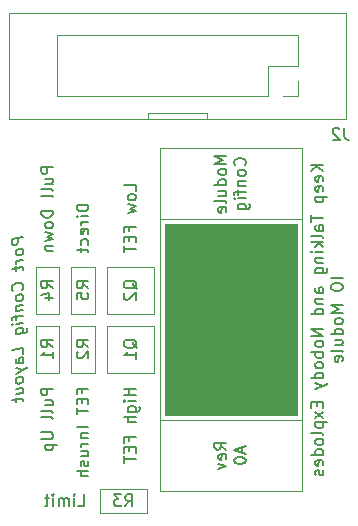
<source format=gbr>
%TF.GenerationSoftware,KiCad,Pcbnew,(5.1.9)-1*%
%TF.CreationDate,2021-05-23T18:22:43+01:00*%
%TF.ProjectId,ModulePullUpDown,4d6f6475-6c65-4507-956c-6c5570446f77,rev?*%
%TF.SameCoordinates,Original*%
%TF.FileFunction,Legend,Bot*%
%TF.FilePolarity,Positive*%
%FSLAX46Y46*%
G04 Gerber Fmt 4.6, Leading zero omitted, Abs format (unit mm)*
G04 Created by KiCad (PCBNEW (5.1.9)-1) date 2021-05-23 18:22:43*
%MOMM*%
%LPD*%
G01*
G04 APERTURE LIST*
%ADD10C,0.150000*%
%ADD11C,0.120000*%
%ADD12C,0.100000*%
G04 APERTURE END LIST*
D10*
X30573666Y-62798380D02*
X30907000Y-62322190D01*
X31145095Y-62798380D02*
X31145095Y-61798380D01*
X30764142Y-61798380D01*
X30668904Y-61846000D01*
X30621285Y-61893619D01*
X30573666Y-61988857D01*
X30573666Y-62131714D01*
X30621285Y-62226952D01*
X30668904Y-62274571D01*
X30764142Y-62322190D01*
X31145095Y-62322190D01*
X30240333Y-61798380D02*
X29621285Y-61798380D01*
X29954619Y-62179333D01*
X29811761Y-62179333D01*
X29716523Y-62226952D01*
X29668904Y-62274571D01*
X29621285Y-62369809D01*
X29621285Y-62607904D01*
X29668904Y-62703142D01*
X29716523Y-62750761D01*
X29811761Y-62798380D01*
X30097476Y-62798380D01*
X30192714Y-62750761D01*
X30240333Y-62703142D01*
X26595214Y-62798380D02*
X27071404Y-62798380D01*
X27071404Y-61798380D01*
X26261880Y-62798380D02*
X26261880Y-62131714D01*
X26261880Y-61798380D02*
X26309500Y-61846000D01*
X26261880Y-61893619D01*
X26214261Y-61846000D01*
X26261880Y-61798380D01*
X26261880Y-61893619D01*
X25785690Y-62798380D02*
X25785690Y-62131714D01*
X25785690Y-62226952D02*
X25738071Y-62179333D01*
X25642833Y-62131714D01*
X25499976Y-62131714D01*
X25404738Y-62179333D01*
X25357119Y-62274571D01*
X25357119Y-62798380D01*
X25357119Y-62274571D02*
X25309500Y-62179333D01*
X25214261Y-62131714D01*
X25071404Y-62131714D01*
X24976166Y-62179333D01*
X24928547Y-62274571D01*
X24928547Y-62798380D01*
X24452357Y-62798380D02*
X24452357Y-62131714D01*
X24452357Y-61798380D02*
X24499976Y-61846000D01*
X24452357Y-61893619D01*
X24404738Y-61846000D01*
X24452357Y-61798380D01*
X24452357Y-61893619D01*
X24119023Y-62131714D02*
X23738071Y-62131714D01*
X23976166Y-61798380D02*
X23976166Y-62655523D01*
X23928547Y-62750761D01*
X23833309Y-62798380D01*
X23738071Y-62798380D01*
D11*
X32407000Y-63346000D02*
X28407000Y-63346000D01*
X32407000Y-61346000D02*
X32407000Y-63346000D01*
X28407000Y-61346000D02*
X32407000Y-61346000D01*
X28407000Y-63346000D02*
X28407000Y-61346000D01*
D10*
X21952380Y-40019062D02*
X20952380Y-40144062D01*
X20952380Y-40525014D01*
X21000000Y-40614300D01*
X21047619Y-40655967D01*
X21142857Y-40691681D01*
X21285714Y-40673824D01*
X21380952Y-40614300D01*
X21428571Y-40560729D01*
X21476190Y-40459538D01*
X21476190Y-40078586D01*
X21952380Y-41161919D02*
X21904761Y-41072633D01*
X21857142Y-41030967D01*
X21761904Y-40995252D01*
X21476190Y-41030967D01*
X21380952Y-41090491D01*
X21333333Y-41144062D01*
X21285714Y-41245252D01*
X21285714Y-41388110D01*
X21333333Y-41477395D01*
X21380952Y-41519062D01*
X21476190Y-41554776D01*
X21761904Y-41519062D01*
X21857142Y-41459538D01*
X21904761Y-41405967D01*
X21952380Y-41304776D01*
X21952380Y-41161919D01*
X21952380Y-41923824D02*
X21285714Y-42007157D01*
X21476190Y-41983348D02*
X21380952Y-42042872D01*
X21333333Y-42096443D01*
X21285714Y-42197633D01*
X21285714Y-42292872D01*
X21285714Y-42483348D02*
X21285714Y-42864300D01*
X20952380Y-42667872D02*
X21809523Y-42560729D01*
X21904761Y-42596443D01*
X21952380Y-42685729D01*
X21952380Y-42780967D01*
X21857142Y-44459538D02*
X21904761Y-44405967D01*
X21952380Y-44257157D01*
X21952380Y-44161919D01*
X21904761Y-44025014D01*
X21809523Y-43941681D01*
X21714285Y-43905967D01*
X21523809Y-43882157D01*
X21380952Y-43900014D01*
X21190476Y-43971443D01*
X21095238Y-44030967D01*
X21000000Y-44138110D01*
X20952380Y-44286919D01*
X20952380Y-44382157D01*
X21000000Y-44519062D01*
X21047619Y-44560729D01*
X21952380Y-45019062D02*
X21904761Y-44929776D01*
X21857142Y-44888110D01*
X21761904Y-44852395D01*
X21476190Y-44888110D01*
X21380952Y-44947633D01*
X21333333Y-45001205D01*
X21285714Y-45102395D01*
X21285714Y-45245252D01*
X21333333Y-45334538D01*
X21380952Y-45376205D01*
X21476190Y-45411919D01*
X21761904Y-45376205D01*
X21857142Y-45316681D01*
X21904761Y-45263110D01*
X21952380Y-45161919D01*
X21952380Y-45019062D01*
X21285714Y-45864300D02*
X21952380Y-45780967D01*
X21380952Y-45852395D02*
X21333333Y-45905967D01*
X21285714Y-46007157D01*
X21285714Y-46150014D01*
X21333333Y-46239300D01*
X21428571Y-46275014D01*
X21952380Y-46209538D01*
X21285714Y-46626205D02*
X21285714Y-47007157D01*
X21952380Y-46685729D02*
X21095238Y-46792872D01*
X21000000Y-46852395D01*
X20952380Y-46953586D01*
X20952380Y-47048824D01*
X21952380Y-47257157D02*
X21285714Y-47340491D01*
X20952380Y-47382157D02*
X21000000Y-47328586D01*
X21047619Y-47370252D01*
X21000000Y-47423824D01*
X20952380Y-47382157D01*
X21047619Y-47370252D01*
X21285714Y-48245252D02*
X22095238Y-48144062D01*
X22190476Y-48084538D01*
X22238095Y-48030967D01*
X22285714Y-47929776D01*
X22285714Y-47786919D01*
X22238095Y-47697633D01*
X21904761Y-48167872D02*
X21952380Y-48066681D01*
X21952380Y-47876205D01*
X21904761Y-47786919D01*
X21857142Y-47745252D01*
X21761904Y-47709538D01*
X21476190Y-47745252D01*
X21380952Y-47804776D01*
X21333333Y-47858348D01*
X21285714Y-47959538D01*
X21285714Y-48150014D01*
X21333333Y-48239300D01*
X21952380Y-49876205D02*
X21952380Y-49400014D01*
X20952380Y-49525014D01*
X21952380Y-50638110D02*
X21428571Y-50703586D01*
X21333333Y-50667872D01*
X21285714Y-50578586D01*
X21285714Y-50388110D01*
X21333333Y-50286919D01*
X21904761Y-50644062D02*
X21952380Y-50542872D01*
X21952380Y-50304776D01*
X21904761Y-50215491D01*
X21809523Y-50179776D01*
X21714285Y-50191681D01*
X21619047Y-50251205D01*
X21571428Y-50352395D01*
X21571428Y-50590491D01*
X21523809Y-50691681D01*
X21285714Y-51102395D02*
X21952380Y-51257157D01*
X21285714Y-51578586D02*
X21952380Y-51257157D01*
X22190476Y-51132157D01*
X22238095Y-51078586D01*
X22285714Y-50977395D01*
X21952380Y-52019062D02*
X21904761Y-51929776D01*
X21857142Y-51888110D01*
X21761904Y-51852395D01*
X21476190Y-51888110D01*
X21380952Y-51947633D01*
X21333333Y-52001205D01*
X21285714Y-52102395D01*
X21285714Y-52245252D01*
X21333333Y-52334538D01*
X21380952Y-52376205D01*
X21476190Y-52411919D01*
X21761904Y-52376205D01*
X21857142Y-52316681D01*
X21904761Y-52263110D01*
X21952380Y-52161919D01*
X21952380Y-52019062D01*
X21285714Y-53292872D02*
X21952380Y-53209538D01*
X21285714Y-52864300D02*
X21809523Y-52798824D01*
X21904761Y-52834538D01*
X21952380Y-52923824D01*
X21952380Y-53066681D01*
X21904761Y-53167872D01*
X21857142Y-53221443D01*
X21285714Y-53626205D02*
X21285714Y-54007157D01*
X20952380Y-53810729D02*
X21809523Y-53703586D01*
X21904761Y-53739300D01*
X21952380Y-53828586D01*
X21952380Y-53923824D01*
X31452380Y-36069166D02*
X31452380Y-35592976D01*
X30452380Y-35592976D01*
X31452380Y-36545357D02*
X31404761Y-36450119D01*
X31357142Y-36402500D01*
X31261904Y-36354880D01*
X30976190Y-36354880D01*
X30880952Y-36402500D01*
X30833333Y-36450119D01*
X30785714Y-36545357D01*
X30785714Y-36688214D01*
X30833333Y-36783452D01*
X30880952Y-36831071D01*
X30976190Y-36878690D01*
X31261904Y-36878690D01*
X31357142Y-36831071D01*
X31404761Y-36783452D01*
X31452380Y-36688214D01*
X31452380Y-36545357D01*
X30785714Y-37212023D02*
X31452380Y-37402500D01*
X30976190Y-37592976D01*
X31452380Y-37783452D01*
X30785714Y-37973928D01*
X30928571Y-39450119D02*
X30928571Y-39116785D01*
X31452380Y-39116785D02*
X30452380Y-39116785D01*
X30452380Y-39592976D01*
X30928571Y-39973928D02*
X30928571Y-40307261D01*
X31452380Y-40450119D02*
X31452380Y-39973928D01*
X30452380Y-39973928D01*
X30452380Y-40450119D01*
X30452380Y-40735833D02*
X30452380Y-41307261D01*
X31452380Y-41021547D02*
X30452380Y-41021547D01*
X31452380Y-52835595D02*
X30452380Y-52835595D01*
X30928571Y-52835595D02*
X30928571Y-53407023D01*
X31452380Y-53407023D02*
X30452380Y-53407023D01*
X31452380Y-53883214D02*
X30785714Y-53883214D01*
X30452380Y-53883214D02*
X30500000Y-53835595D01*
X30547619Y-53883214D01*
X30500000Y-53930833D01*
X30452380Y-53883214D01*
X30547619Y-53883214D01*
X30785714Y-54787976D02*
X31595238Y-54787976D01*
X31690476Y-54740357D01*
X31738095Y-54692738D01*
X31785714Y-54597500D01*
X31785714Y-54454642D01*
X31738095Y-54359404D01*
X31404761Y-54787976D02*
X31452380Y-54692738D01*
X31452380Y-54502261D01*
X31404761Y-54407023D01*
X31357142Y-54359404D01*
X31261904Y-54311785D01*
X30976190Y-54311785D01*
X30880952Y-54359404D01*
X30833333Y-54407023D01*
X30785714Y-54502261D01*
X30785714Y-54692738D01*
X30833333Y-54787976D01*
X31452380Y-55264166D02*
X30452380Y-55264166D01*
X31452380Y-55692738D02*
X30928571Y-55692738D01*
X30833333Y-55645119D01*
X30785714Y-55549880D01*
X30785714Y-55407023D01*
X30833333Y-55311785D01*
X30880952Y-55264166D01*
X30928571Y-57264166D02*
X30928571Y-56930833D01*
X31452380Y-56930833D02*
X30452380Y-56930833D01*
X30452380Y-57407023D01*
X30928571Y-57787976D02*
X30928571Y-58121309D01*
X31452380Y-58264166D02*
X31452380Y-57787976D01*
X30452380Y-57787976D01*
X30452380Y-58264166D01*
X30452380Y-58549880D02*
X30452380Y-59121309D01*
X31452380Y-58835595D02*
X30452380Y-58835595D01*
X27452380Y-37259642D02*
X26452380Y-37259642D01*
X26452380Y-37497738D01*
X26500000Y-37640595D01*
X26595238Y-37735833D01*
X26690476Y-37783452D01*
X26880952Y-37831071D01*
X27023809Y-37831071D01*
X27214285Y-37783452D01*
X27309523Y-37735833D01*
X27404761Y-37640595D01*
X27452380Y-37497738D01*
X27452380Y-37259642D01*
X27452380Y-38259642D02*
X26785714Y-38259642D01*
X26452380Y-38259642D02*
X26500000Y-38212023D01*
X26547619Y-38259642D01*
X26500000Y-38307261D01*
X26452380Y-38259642D01*
X26547619Y-38259642D01*
X27452380Y-38735833D02*
X26785714Y-38735833D01*
X26976190Y-38735833D02*
X26880952Y-38783452D01*
X26833333Y-38831071D01*
X26785714Y-38926309D01*
X26785714Y-39021547D01*
X27404761Y-39735833D02*
X27452380Y-39640595D01*
X27452380Y-39450119D01*
X27404761Y-39354880D01*
X27309523Y-39307261D01*
X26928571Y-39307261D01*
X26833333Y-39354880D01*
X26785714Y-39450119D01*
X26785714Y-39640595D01*
X26833333Y-39735833D01*
X26928571Y-39783452D01*
X27023809Y-39783452D01*
X27119047Y-39307261D01*
X27404761Y-40640595D02*
X27452380Y-40545357D01*
X27452380Y-40354880D01*
X27404761Y-40259642D01*
X27357142Y-40212023D01*
X27261904Y-40164404D01*
X26976190Y-40164404D01*
X26880952Y-40212023D01*
X26833333Y-40259642D01*
X26785714Y-40354880D01*
X26785714Y-40545357D01*
X26833333Y-40640595D01*
X26785714Y-40926309D02*
X26785714Y-41307261D01*
X26452380Y-41069166D02*
X27309523Y-41069166D01*
X27404761Y-41116785D01*
X27452380Y-41212023D01*
X27452380Y-41307261D01*
X26928571Y-53168928D02*
X26928571Y-52835595D01*
X27452380Y-52835595D02*
X26452380Y-52835595D01*
X26452380Y-53311785D01*
X26928571Y-53692738D02*
X26928571Y-54026071D01*
X27452380Y-54168928D02*
X27452380Y-53692738D01*
X26452380Y-53692738D01*
X26452380Y-54168928D01*
X26452380Y-54454642D02*
X26452380Y-55026071D01*
X27452380Y-54740357D02*
X26452380Y-54740357D01*
X27452380Y-56121309D02*
X26452380Y-56121309D01*
X26785714Y-56597500D02*
X27452380Y-56597500D01*
X26880952Y-56597500D02*
X26833333Y-56645119D01*
X26785714Y-56740357D01*
X26785714Y-56883214D01*
X26833333Y-56978452D01*
X26928571Y-57026071D01*
X27452380Y-57026071D01*
X27452380Y-57502261D02*
X26785714Y-57502261D01*
X26976190Y-57502261D02*
X26880952Y-57549880D01*
X26833333Y-57597500D01*
X26785714Y-57692738D01*
X26785714Y-57787976D01*
X26785714Y-58549880D02*
X27452380Y-58549880D01*
X26785714Y-58121309D02*
X27309523Y-58121309D01*
X27404761Y-58168928D01*
X27452380Y-58264166D01*
X27452380Y-58407023D01*
X27404761Y-58502261D01*
X27357142Y-58549880D01*
X27404761Y-58978452D02*
X27452380Y-59073690D01*
X27452380Y-59264166D01*
X27404761Y-59359404D01*
X27309523Y-59407023D01*
X27261904Y-59407023D01*
X27166666Y-59359404D01*
X27119047Y-59264166D01*
X27119047Y-59121309D01*
X27071428Y-59026071D01*
X26976190Y-58978452D01*
X26928571Y-58978452D01*
X26833333Y-59026071D01*
X26785714Y-59121309D01*
X26785714Y-59264166D01*
X26833333Y-59359404D01*
X27452380Y-59835595D02*
X26452380Y-59835595D01*
X27452380Y-60264166D02*
X26928571Y-60264166D01*
X26833333Y-60216547D01*
X26785714Y-60121309D01*
X26785714Y-59978452D01*
X26833333Y-59883214D01*
X26880952Y-59835595D01*
X24452380Y-34069166D02*
X23452380Y-34069166D01*
X23452380Y-34450119D01*
X23500000Y-34545357D01*
X23547619Y-34592976D01*
X23642857Y-34640595D01*
X23785714Y-34640595D01*
X23880952Y-34592976D01*
X23928571Y-34545357D01*
X23976190Y-34450119D01*
X23976190Y-34069166D01*
X23785714Y-35497738D02*
X24452380Y-35497738D01*
X23785714Y-35069166D02*
X24309523Y-35069166D01*
X24404761Y-35116785D01*
X24452380Y-35212023D01*
X24452380Y-35354880D01*
X24404761Y-35450119D01*
X24357142Y-35497738D01*
X24452380Y-36116785D02*
X24404761Y-36021547D01*
X24309523Y-35973928D01*
X23452380Y-35973928D01*
X24452380Y-36640595D02*
X24404761Y-36545357D01*
X24309523Y-36497738D01*
X23452380Y-36497738D01*
X24452380Y-37783452D02*
X23452380Y-37783452D01*
X23452380Y-38021547D01*
X23500000Y-38164404D01*
X23595238Y-38259642D01*
X23690476Y-38307261D01*
X23880952Y-38354880D01*
X24023809Y-38354880D01*
X24214285Y-38307261D01*
X24309523Y-38259642D01*
X24404761Y-38164404D01*
X24452380Y-38021547D01*
X24452380Y-37783452D01*
X24452380Y-38926309D02*
X24404761Y-38831071D01*
X24357142Y-38783452D01*
X24261904Y-38735833D01*
X23976190Y-38735833D01*
X23880952Y-38783452D01*
X23833333Y-38831071D01*
X23785714Y-38926309D01*
X23785714Y-39069166D01*
X23833333Y-39164404D01*
X23880952Y-39212023D01*
X23976190Y-39259642D01*
X24261904Y-39259642D01*
X24357142Y-39212023D01*
X24404761Y-39164404D01*
X24452380Y-39069166D01*
X24452380Y-38926309D01*
X23785714Y-39592976D02*
X24452380Y-39783452D01*
X23976190Y-39973928D01*
X24452380Y-40164404D01*
X23785714Y-40354880D01*
X23785714Y-40735833D02*
X24452380Y-40735833D01*
X23880952Y-40735833D02*
X23833333Y-40783452D01*
X23785714Y-40878690D01*
X23785714Y-41021547D01*
X23833333Y-41116785D01*
X23928571Y-41164404D01*
X24452380Y-41164404D01*
X24452380Y-52835595D02*
X23452380Y-52835595D01*
X23452380Y-53216547D01*
X23500000Y-53311785D01*
X23547619Y-53359404D01*
X23642857Y-53407023D01*
X23785714Y-53407023D01*
X23880952Y-53359404D01*
X23928571Y-53311785D01*
X23976190Y-53216547D01*
X23976190Y-52835595D01*
X23785714Y-54264166D02*
X24452380Y-54264166D01*
X23785714Y-53835595D02*
X24309523Y-53835595D01*
X24404761Y-53883214D01*
X24452380Y-53978452D01*
X24452380Y-54121309D01*
X24404761Y-54216547D01*
X24357142Y-54264166D01*
X24452380Y-54883214D02*
X24404761Y-54787976D01*
X24309523Y-54740357D01*
X23452380Y-54740357D01*
X24452380Y-55407023D02*
X24404761Y-55311785D01*
X24309523Y-55264166D01*
X23452380Y-55264166D01*
X23452380Y-56549880D02*
X24261904Y-56549880D01*
X24357142Y-56597500D01*
X24404761Y-56645119D01*
X24452380Y-56740357D01*
X24452380Y-56930833D01*
X24404761Y-57026071D01*
X24357142Y-57073690D01*
X24261904Y-57121309D01*
X23452380Y-57121309D01*
X23785714Y-57597500D02*
X24785714Y-57597500D01*
X23833333Y-57597500D02*
X23785714Y-57692738D01*
X23785714Y-57883214D01*
X23833333Y-57978452D01*
X23880952Y-58026071D01*
X23976190Y-58073690D01*
X24261904Y-58073690D01*
X24357142Y-58026071D01*
X24404761Y-57978452D01*
X24452380Y-57883214D01*
X24452380Y-57692738D01*
X24404761Y-57597500D01*
X31547619Y-49404761D02*
X31500000Y-49309523D01*
X31404761Y-49214285D01*
X31261904Y-49071428D01*
X31214285Y-48976190D01*
X31214285Y-48880952D01*
X31452380Y-48928571D02*
X31404761Y-48833333D01*
X31309523Y-48738095D01*
X31119047Y-48690476D01*
X30785714Y-48690476D01*
X30595238Y-48738095D01*
X30500000Y-48833333D01*
X30452380Y-48928571D01*
X30452380Y-49119047D01*
X30500000Y-49214285D01*
X30595238Y-49309523D01*
X30785714Y-49357142D01*
X31119047Y-49357142D01*
X31309523Y-49309523D01*
X31404761Y-49214285D01*
X31452380Y-49119047D01*
X31452380Y-48928571D01*
X31452380Y-50309523D02*
X31452380Y-49738095D01*
X31452380Y-50023809D02*
X30452380Y-50023809D01*
X30595238Y-49928571D01*
X30690476Y-49833333D01*
X30738095Y-49738095D01*
X31547619Y-44404761D02*
X31500000Y-44309523D01*
X31404761Y-44214285D01*
X31261904Y-44071428D01*
X31214285Y-43976190D01*
X31214285Y-43880952D01*
X31452380Y-43928571D02*
X31404761Y-43833333D01*
X31309523Y-43738095D01*
X31119047Y-43690476D01*
X30785714Y-43690476D01*
X30595238Y-43738095D01*
X30500000Y-43833333D01*
X30452380Y-43928571D01*
X30452380Y-44119047D01*
X30500000Y-44214285D01*
X30595238Y-44309523D01*
X30785714Y-44357142D01*
X31119047Y-44357142D01*
X31309523Y-44309523D01*
X31404761Y-44214285D01*
X31452380Y-44119047D01*
X31452380Y-43928571D01*
X30547619Y-44738095D02*
X30500000Y-44785714D01*
X30452380Y-44880952D01*
X30452380Y-45119047D01*
X30500000Y-45214285D01*
X30547619Y-45261904D01*
X30642857Y-45309523D01*
X30738095Y-45309523D01*
X30880952Y-45261904D01*
X31452380Y-44690476D01*
X31452380Y-45309523D01*
X27452380Y-44333333D02*
X26976190Y-44000000D01*
X27452380Y-43761904D02*
X26452380Y-43761904D01*
X26452380Y-44142857D01*
X26500000Y-44238095D01*
X26547619Y-44285714D01*
X26642857Y-44333333D01*
X26785714Y-44333333D01*
X26880952Y-44285714D01*
X26928571Y-44238095D01*
X26976190Y-44142857D01*
X26976190Y-43761904D01*
X26452380Y-45238095D02*
X26452380Y-44761904D01*
X26928571Y-44714285D01*
X26880952Y-44761904D01*
X26833333Y-44857142D01*
X26833333Y-45095238D01*
X26880952Y-45190476D01*
X26928571Y-45238095D01*
X27023809Y-45285714D01*
X27261904Y-45285714D01*
X27357142Y-45238095D01*
X27404761Y-45190476D01*
X27452380Y-45095238D01*
X27452380Y-44857142D01*
X27404761Y-44761904D01*
X27357142Y-44714285D01*
X27452380Y-49333333D02*
X26976190Y-49000000D01*
X27452380Y-48761904D02*
X26452380Y-48761904D01*
X26452380Y-49142857D01*
X26500000Y-49238095D01*
X26547619Y-49285714D01*
X26642857Y-49333333D01*
X26785714Y-49333333D01*
X26880952Y-49285714D01*
X26928571Y-49238095D01*
X26976190Y-49142857D01*
X26976190Y-48761904D01*
X26547619Y-49714285D02*
X26500000Y-49761904D01*
X26452380Y-49857142D01*
X26452380Y-50095238D01*
X26500000Y-50190476D01*
X26547619Y-50238095D01*
X26642857Y-50285714D01*
X26738095Y-50285714D01*
X26880952Y-50238095D01*
X27452380Y-49666666D01*
X27452380Y-50285714D01*
X24452380Y-49333333D02*
X23976190Y-49000000D01*
X24452380Y-48761904D02*
X23452380Y-48761904D01*
X23452380Y-49142857D01*
X23500000Y-49238095D01*
X23547619Y-49285714D01*
X23642857Y-49333333D01*
X23785714Y-49333333D01*
X23880952Y-49285714D01*
X23928571Y-49238095D01*
X23976190Y-49142857D01*
X23976190Y-48761904D01*
X24452380Y-50285714D02*
X24452380Y-49714285D01*
X24452380Y-50000000D02*
X23452380Y-50000000D01*
X23595238Y-49904761D01*
X23690476Y-49809523D01*
X23738095Y-49714285D01*
X24452380Y-44333333D02*
X23976190Y-44000000D01*
X24452380Y-43761904D02*
X23452380Y-43761904D01*
X23452380Y-44142857D01*
X23500000Y-44238095D01*
X23547619Y-44285714D01*
X23642857Y-44333333D01*
X23785714Y-44333333D01*
X23880952Y-44285714D01*
X23928571Y-44238095D01*
X23976190Y-44142857D01*
X23976190Y-43761904D01*
X23785714Y-45190476D02*
X24452380Y-45190476D01*
X23404761Y-44952380D02*
X24119047Y-44714285D01*
X24119047Y-45333333D01*
D11*
X33000000Y-42500000D02*
X33000000Y-46500000D01*
X33000000Y-46500000D02*
X29000000Y-46500000D01*
X29000000Y-42500000D02*
X33000000Y-42500000D01*
X29000000Y-46500000D02*
X29000000Y-42500000D01*
X33000000Y-47500000D02*
X33000000Y-51500000D01*
X33000000Y-51500000D02*
X29000000Y-51500000D01*
X29000000Y-47500000D02*
X33000000Y-47500000D01*
X29000000Y-51500000D02*
X29000000Y-47500000D01*
X28000000Y-42500000D02*
X28000000Y-46500000D01*
X28000000Y-46500000D02*
X26000000Y-46500000D01*
X26000000Y-42500000D02*
X28000000Y-42500000D01*
X26000000Y-46500000D02*
X26000000Y-42500000D01*
X28000000Y-47500000D02*
X28000000Y-51500000D01*
X28000000Y-51500000D02*
X26000000Y-51500000D01*
X26000000Y-47500000D02*
X28000000Y-47500000D01*
X26000000Y-51500000D02*
X26000000Y-47500000D01*
X25000000Y-42500000D02*
X25000000Y-46500000D01*
X25000000Y-46500000D02*
X23000000Y-46500000D01*
X23000000Y-42500000D02*
X25000000Y-42500000D01*
X23000000Y-46500000D02*
X23000000Y-42500000D01*
X25000000Y-51500000D02*
X23000000Y-51500000D01*
X25000000Y-47500000D02*
X25000000Y-51500000D01*
X23000000Y-47500000D02*
X25000000Y-47500000D01*
X23000000Y-51500000D02*
X23000000Y-47500000D01*
X45500000Y-32500000D02*
X45500000Y-61500000D01*
X45500000Y-61500000D02*
X33500000Y-61500000D01*
X33500000Y-61500000D02*
X33500000Y-32500000D01*
D12*
G36*
X45100000Y-55100000D02*
G01*
X33900000Y-55100000D01*
X33900000Y-38900000D01*
X45100000Y-38900000D01*
X45100000Y-55100000D01*
G37*
X45100000Y-55100000D02*
X33900000Y-55100000D01*
X33900000Y-38900000D01*
X45100000Y-38900000D01*
X45100000Y-55100000D01*
D11*
X33500000Y-32500000D02*
X45500000Y-32500000D01*
X33500000Y-38500000D02*
X45500000Y-38500000D01*
D10*
X47327380Y-33880952D02*
X46327380Y-33880952D01*
X47327380Y-34452380D02*
X46755952Y-34023809D01*
X46327380Y-34452380D02*
X46898809Y-33880952D01*
X47279761Y-35261904D02*
X47327380Y-35166666D01*
X47327380Y-34976190D01*
X47279761Y-34880952D01*
X47184523Y-34833333D01*
X46803571Y-34833333D01*
X46708333Y-34880952D01*
X46660714Y-34976190D01*
X46660714Y-35166666D01*
X46708333Y-35261904D01*
X46803571Y-35309523D01*
X46898809Y-35309523D01*
X46994047Y-34833333D01*
X47279761Y-36119047D02*
X47327380Y-36023809D01*
X47327380Y-35833333D01*
X47279761Y-35738095D01*
X47184523Y-35690476D01*
X46803571Y-35690476D01*
X46708333Y-35738095D01*
X46660714Y-35833333D01*
X46660714Y-36023809D01*
X46708333Y-36119047D01*
X46803571Y-36166666D01*
X46898809Y-36166666D01*
X46994047Y-35690476D01*
X46660714Y-36595238D02*
X47660714Y-36595238D01*
X46708333Y-36595238D02*
X46660714Y-36690476D01*
X46660714Y-36880952D01*
X46708333Y-36976190D01*
X46755952Y-37023809D01*
X46851190Y-37071428D01*
X47136904Y-37071428D01*
X47232142Y-37023809D01*
X47279761Y-36976190D01*
X47327380Y-36880952D01*
X47327380Y-36690476D01*
X47279761Y-36595238D01*
X46327380Y-38119047D02*
X46327380Y-38690476D01*
X47327380Y-38404761D02*
X46327380Y-38404761D01*
X47327380Y-39452380D02*
X46803571Y-39452380D01*
X46708333Y-39404761D01*
X46660714Y-39309523D01*
X46660714Y-39119047D01*
X46708333Y-39023809D01*
X47279761Y-39452380D02*
X47327380Y-39357142D01*
X47327380Y-39119047D01*
X47279761Y-39023809D01*
X47184523Y-38976190D01*
X47089285Y-38976190D01*
X46994047Y-39023809D01*
X46946428Y-39119047D01*
X46946428Y-39357142D01*
X46898809Y-39452380D01*
X47327380Y-40071428D02*
X47279761Y-39976190D01*
X47184523Y-39928571D01*
X46327380Y-39928571D01*
X47327380Y-40452380D02*
X46327380Y-40452380D01*
X46946428Y-40547619D02*
X47327380Y-40833333D01*
X46660714Y-40833333D02*
X47041666Y-40452380D01*
X47327380Y-41261904D02*
X46660714Y-41261904D01*
X46327380Y-41261904D02*
X46375000Y-41214285D01*
X46422619Y-41261904D01*
X46375000Y-41309523D01*
X46327380Y-41261904D01*
X46422619Y-41261904D01*
X46660714Y-41738095D02*
X47327380Y-41738095D01*
X46755952Y-41738095D02*
X46708333Y-41785714D01*
X46660714Y-41880952D01*
X46660714Y-42023809D01*
X46708333Y-42119047D01*
X46803571Y-42166666D01*
X47327380Y-42166666D01*
X46660714Y-43071428D02*
X47470238Y-43071428D01*
X47565476Y-43023809D01*
X47613095Y-42976190D01*
X47660714Y-42880952D01*
X47660714Y-42738095D01*
X47613095Y-42642857D01*
X47279761Y-43071428D02*
X47327380Y-42976190D01*
X47327380Y-42785714D01*
X47279761Y-42690476D01*
X47232142Y-42642857D01*
X47136904Y-42595238D01*
X46851190Y-42595238D01*
X46755952Y-42642857D01*
X46708333Y-42690476D01*
X46660714Y-42785714D01*
X46660714Y-42976190D01*
X46708333Y-43071428D01*
X47327380Y-44738095D02*
X46803571Y-44738095D01*
X46708333Y-44690476D01*
X46660714Y-44595238D01*
X46660714Y-44404761D01*
X46708333Y-44309523D01*
X47279761Y-44738095D02*
X47327380Y-44642857D01*
X47327380Y-44404761D01*
X47279761Y-44309523D01*
X47184523Y-44261904D01*
X47089285Y-44261904D01*
X46994047Y-44309523D01*
X46946428Y-44404761D01*
X46946428Y-44642857D01*
X46898809Y-44738095D01*
X46660714Y-45214285D02*
X47327380Y-45214285D01*
X46755952Y-45214285D02*
X46708333Y-45261904D01*
X46660714Y-45357142D01*
X46660714Y-45499999D01*
X46708333Y-45595238D01*
X46803571Y-45642857D01*
X47327380Y-45642857D01*
X47327380Y-46547619D02*
X46327380Y-46547619D01*
X47279761Y-46547619D02*
X47327380Y-46452380D01*
X47327380Y-46261904D01*
X47279761Y-46166666D01*
X47232142Y-46119047D01*
X47136904Y-46071428D01*
X46851190Y-46071428D01*
X46755952Y-46119047D01*
X46708333Y-46166666D01*
X46660714Y-46261904D01*
X46660714Y-46452380D01*
X46708333Y-46547619D01*
X47327380Y-47785714D02*
X46327380Y-47785714D01*
X47327380Y-48357142D01*
X46327380Y-48357142D01*
X47327380Y-48976190D02*
X47279761Y-48880952D01*
X47232142Y-48833333D01*
X47136904Y-48785714D01*
X46851190Y-48785714D01*
X46755952Y-48833333D01*
X46708333Y-48880952D01*
X46660714Y-48976190D01*
X46660714Y-49119047D01*
X46708333Y-49214285D01*
X46755952Y-49261904D01*
X46851190Y-49309523D01*
X47136904Y-49309523D01*
X47232142Y-49261904D01*
X47279761Y-49214285D01*
X47327380Y-49119047D01*
X47327380Y-48976190D01*
X47327380Y-49738095D02*
X46327380Y-49738095D01*
X46708333Y-49738095D02*
X46660714Y-49833333D01*
X46660714Y-50023809D01*
X46708333Y-50119047D01*
X46755952Y-50166666D01*
X46851190Y-50214285D01*
X47136904Y-50214285D01*
X47232142Y-50166666D01*
X47279761Y-50119047D01*
X47327380Y-50023809D01*
X47327380Y-49833333D01*
X47279761Y-49738095D01*
X47327380Y-50785714D02*
X47279761Y-50690476D01*
X47232142Y-50642857D01*
X47136904Y-50595238D01*
X46851190Y-50595238D01*
X46755952Y-50642857D01*
X46708333Y-50690476D01*
X46660714Y-50785714D01*
X46660714Y-50928571D01*
X46708333Y-51023809D01*
X46755952Y-51071428D01*
X46851190Y-51119047D01*
X47136904Y-51119047D01*
X47232142Y-51071428D01*
X47279761Y-51023809D01*
X47327380Y-50928571D01*
X47327380Y-50785714D01*
X47327380Y-51976190D02*
X46327380Y-51976190D01*
X47279761Y-51976190D02*
X47327380Y-51880952D01*
X47327380Y-51690476D01*
X47279761Y-51595238D01*
X47232142Y-51547619D01*
X47136904Y-51499999D01*
X46851190Y-51499999D01*
X46755952Y-51547619D01*
X46708333Y-51595238D01*
X46660714Y-51690476D01*
X46660714Y-51880952D01*
X46708333Y-51976190D01*
X46660714Y-52357142D02*
X47327380Y-52595238D01*
X46660714Y-52833333D02*
X47327380Y-52595238D01*
X47565476Y-52499999D01*
X47613095Y-52452380D01*
X47660714Y-52357142D01*
X46803571Y-53976190D02*
X46803571Y-54309523D01*
X47327380Y-54452380D02*
X47327380Y-53976190D01*
X46327380Y-53976190D01*
X46327380Y-54452380D01*
X47327380Y-54785714D02*
X46660714Y-55309523D01*
X46660714Y-54785714D02*
X47327380Y-55309523D01*
X46660714Y-55690476D02*
X47660714Y-55690476D01*
X46708333Y-55690476D02*
X46660714Y-55785714D01*
X46660714Y-55976190D01*
X46708333Y-56071428D01*
X46755952Y-56119047D01*
X46851190Y-56166666D01*
X47136904Y-56166666D01*
X47232142Y-56119047D01*
X47279761Y-56071428D01*
X47327380Y-55976190D01*
X47327380Y-55785714D01*
X47279761Y-55690476D01*
X47327380Y-56738095D02*
X47279761Y-56642857D01*
X47184523Y-56595238D01*
X46327380Y-56595238D01*
X47327380Y-57261904D02*
X47279761Y-57166666D01*
X47232142Y-57119047D01*
X47136904Y-57071428D01*
X46851190Y-57071428D01*
X46755952Y-57119047D01*
X46708333Y-57166666D01*
X46660714Y-57261904D01*
X46660714Y-57404761D01*
X46708333Y-57499999D01*
X46755952Y-57547619D01*
X46851190Y-57595238D01*
X47136904Y-57595238D01*
X47232142Y-57547619D01*
X47279761Y-57499999D01*
X47327380Y-57404761D01*
X47327380Y-57261904D01*
X47327380Y-58452380D02*
X46327380Y-58452380D01*
X47279761Y-58452380D02*
X47327380Y-58357142D01*
X47327380Y-58166666D01*
X47279761Y-58071428D01*
X47232142Y-58023809D01*
X47136904Y-57976190D01*
X46851190Y-57976190D01*
X46755952Y-58023809D01*
X46708333Y-58071428D01*
X46660714Y-58166666D01*
X46660714Y-58357142D01*
X46708333Y-58452380D01*
X47279761Y-59309523D02*
X47327380Y-59214285D01*
X47327380Y-59023809D01*
X47279761Y-58928571D01*
X47184523Y-58880952D01*
X46803571Y-58880952D01*
X46708333Y-58928571D01*
X46660714Y-59023809D01*
X46660714Y-59214285D01*
X46708333Y-59309523D01*
X46803571Y-59357142D01*
X46898809Y-59357142D01*
X46994047Y-58880952D01*
X47279761Y-59738095D02*
X47327380Y-59833333D01*
X47327380Y-60023809D01*
X47279761Y-60119047D01*
X47184523Y-60166666D01*
X47136904Y-60166666D01*
X47041666Y-60119047D01*
X46994047Y-60023809D01*
X46994047Y-59880952D01*
X46946428Y-59785714D01*
X46851190Y-59738095D01*
X46803571Y-59738095D01*
X46708333Y-59785714D01*
X46660714Y-59880952D01*
X46660714Y-60023809D01*
X46708333Y-60119047D01*
X48977380Y-43476190D02*
X47977380Y-43476190D01*
X47977380Y-44142857D02*
X47977380Y-44333333D01*
X48025000Y-44428571D01*
X48120238Y-44523809D01*
X48310714Y-44571428D01*
X48644047Y-44571428D01*
X48834523Y-44523809D01*
X48929761Y-44428571D01*
X48977380Y-44333333D01*
X48977380Y-44142857D01*
X48929761Y-44047619D01*
X48834523Y-43952380D01*
X48644047Y-43904761D01*
X48310714Y-43904761D01*
X48120238Y-43952380D01*
X48025000Y-44047619D01*
X47977380Y-44142857D01*
X48977380Y-45761904D02*
X47977380Y-45761904D01*
X48691666Y-46095238D01*
X47977380Y-46428571D01*
X48977380Y-46428571D01*
X48977380Y-47047619D02*
X48929761Y-46952380D01*
X48882142Y-46904761D01*
X48786904Y-46857142D01*
X48501190Y-46857142D01*
X48405952Y-46904761D01*
X48358333Y-46952380D01*
X48310714Y-47047619D01*
X48310714Y-47190476D01*
X48358333Y-47285714D01*
X48405952Y-47333333D01*
X48501190Y-47380952D01*
X48786904Y-47380952D01*
X48882142Y-47333333D01*
X48929761Y-47285714D01*
X48977380Y-47190476D01*
X48977380Y-47047619D01*
X48977380Y-48238095D02*
X47977380Y-48238095D01*
X48929761Y-48238095D02*
X48977380Y-48142857D01*
X48977380Y-47952380D01*
X48929761Y-47857142D01*
X48882142Y-47809523D01*
X48786904Y-47761904D01*
X48501190Y-47761904D01*
X48405952Y-47809523D01*
X48358333Y-47857142D01*
X48310714Y-47952380D01*
X48310714Y-48142857D01*
X48358333Y-48238095D01*
X48310714Y-49142857D02*
X48977380Y-49142857D01*
X48310714Y-48714285D02*
X48834523Y-48714285D01*
X48929761Y-48761904D01*
X48977380Y-48857142D01*
X48977380Y-49000000D01*
X48929761Y-49095238D01*
X48882142Y-49142857D01*
X48977380Y-49761904D02*
X48929761Y-49666666D01*
X48834523Y-49619047D01*
X47977380Y-49619047D01*
X48929761Y-50523809D02*
X48977380Y-50428571D01*
X48977380Y-50238095D01*
X48929761Y-50142857D01*
X48834523Y-50095238D01*
X48453571Y-50095238D01*
X48358333Y-50142857D01*
X48310714Y-50238095D01*
X48310714Y-50428571D01*
X48358333Y-50523809D01*
X48453571Y-50571428D01*
X48548809Y-50571428D01*
X48644047Y-50095238D01*
X39127380Y-58000000D02*
X38651190Y-57666666D01*
X39127380Y-57428571D02*
X38127380Y-57428571D01*
X38127380Y-57809523D01*
X38175000Y-57904761D01*
X38222619Y-57952380D01*
X38317857Y-58000000D01*
X38460714Y-58000000D01*
X38555952Y-57952380D01*
X38603571Y-57904761D01*
X38651190Y-57809523D01*
X38651190Y-57428571D01*
X39079761Y-58809523D02*
X39127380Y-58714285D01*
X39127380Y-58523809D01*
X39079761Y-58428571D01*
X38984523Y-58380952D01*
X38603571Y-58380952D01*
X38508333Y-58428571D01*
X38460714Y-58523809D01*
X38460714Y-58714285D01*
X38508333Y-58809523D01*
X38603571Y-58857142D01*
X38698809Y-58857142D01*
X38794047Y-58380952D01*
X38460714Y-59190476D02*
X39127380Y-59428571D01*
X38460714Y-59666666D01*
X40491666Y-57785714D02*
X40491666Y-58261904D01*
X40777380Y-57690476D02*
X39777380Y-58023809D01*
X40777380Y-58357142D01*
X39777380Y-58880952D02*
X39777380Y-58976190D01*
X39825000Y-59071428D01*
X39872619Y-59119047D01*
X39967857Y-59166666D01*
X40158333Y-59214285D01*
X40396428Y-59214285D01*
X40586904Y-59166666D01*
X40682142Y-59119047D01*
X40729761Y-59071428D01*
X40777380Y-58976190D01*
X40777380Y-58880952D01*
X40729761Y-58785714D01*
X40682142Y-58738095D01*
X40586904Y-58690476D01*
X40396428Y-58642857D01*
X40158333Y-58642857D01*
X39967857Y-58690476D01*
X39872619Y-58738095D01*
X39825000Y-58785714D01*
X39777380Y-58880952D01*
X39127380Y-33119047D02*
X38127380Y-33119047D01*
X38841666Y-33452380D01*
X38127380Y-33785714D01*
X39127380Y-33785714D01*
X39127380Y-34404761D02*
X39079761Y-34309523D01*
X39032142Y-34261904D01*
X38936904Y-34214285D01*
X38651190Y-34214285D01*
X38555952Y-34261904D01*
X38508333Y-34309523D01*
X38460714Y-34404761D01*
X38460714Y-34547619D01*
X38508333Y-34642857D01*
X38555952Y-34690476D01*
X38651190Y-34738095D01*
X38936904Y-34738095D01*
X39032142Y-34690476D01*
X39079761Y-34642857D01*
X39127380Y-34547619D01*
X39127380Y-34404761D01*
X39127380Y-35595238D02*
X38127380Y-35595238D01*
X39079761Y-35595238D02*
X39127380Y-35500000D01*
X39127380Y-35309523D01*
X39079761Y-35214285D01*
X39032142Y-35166666D01*
X38936904Y-35119047D01*
X38651190Y-35119047D01*
X38555952Y-35166666D01*
X38508333Y-35214285D01*
X38460714Y-35309523D01*
X38460714Y-35500000D01*
X38508333Y-35595238D01*
X38460714Y-36500000D02*
X39127380Y-36500000D01*
X38460714Y-36071428D02*
X38984523Y-36071428D01*
X39079761Y-36119047D01*
X39127380Y-36214285D01*
X39127380Y-36357142D01*
X39079761Y-36452380D01*
X39032142Y-36500000D01*
X39127380Y-37119047D02*
X39079761Y-37023809D01*
X38984523Y-36976190D01*
X38127380Y-36976190D01*
X39079761Y-37880952D02*
X39127380Y-37785714D01*
X39127380Y-37595238D01*
X39079761Y-37500000D01*
X38984523Y-37452380D01*
X38603571Y-37452380D01*
X38508333Y-37500000D01*
X38460714Y-37595238D01*
X38460714Y-37785714D01*
X38508333Y-37880952D01*
X38603571Y-37928571D01*
X38698809Y-37928571D01*
X38794047Y-37452380D01*
X40682142Y-33928571D02*
X40729761Y-33880952D01*
X40777380Y-33738095D01*
X40777380Y-33642857D01*
X40729761Y-33500000D01*
X40634523Y-33404761D01*
X40539285Y-33357142D01*
X40348809Y-33309523D01*
X40205952Y-33309523D01*
X40015476Y-33357142D01*
X39920238Y-33404761D01*
X39825000Y-33500000D01*
X39777380Y-33642857D01*
X39777380Y-33738095D01*
X39825000Y-33880952D01*
X39872619Y-33928571D01*
X40777380Y-34500000D02*
X40729761Y-34404761D01*
X40682142Y-34357142D01*
X40586904Y-34309523D01*
X40301190Y-34309523D01*
X40205952Y-34357142D01*
X40158333Y-34404761D01*
X40110714Y-34500000D01*
X40110714Y-34642857D01*
X40158333Y-34738095D01*
X40205952Y-34785714D01*
X40301190Y-34833333D01*
X40586904Y-34833333D01*
X40682142Y-34785714D01*
X40729761Y-34738095D01*
X40777380Y-34642857D01*
X40777380Y-34500000D01*
X40110714Y-35261904D02*
X40777380Y-35261904D01*
X40205952Y-35261904D02*
X40158333Y-35309523D01*
X40110714Y-35404761D01*
X40110714Y-35547619D01*
X40158333Y-35642857D01*
X40253571Y-35690476D01*
X40777380Y-35690476D01*
X40110714Y-36023809D02*
X40110714Y-36404761D01*
X40777380Y-36166666D02*
X39920238Y-36166666D01*
X39825000Y-36214285D01*
X39777380Y-36309523D01*
X39777380Y-36404761D01*
X40777380Y-36738095D02*
X40110714Y-36738095D01*
X39777380Y-36738095D02*
X39825000Y-36690476D01*
X39872619Y-36738095D01*
X39825000Y-36785714D01*
X39777380Y-36738095D01*
X39872619Y-36738095D01*
X40110714Y-37642857D02*
X40920238Y-37642857D01*
X41015476Y-37595238D01*
X41063095Y-37547619D01*
X41110714Y-37452380D01*
X41110714Y-37309523D01*
X41063095Y-37214285D01*
X40729761Y-37642857D02*
X40777380Y-37547619D01*
X40777380Y-37357142D01*
X40729761Y-37261904D01*
X40682142Y-37214285D01*
X40586904Y-37166666D01*
X40301190Y-37166666D01*
X40205952Y-37214285D01*
X40158333Y-37261904D01*
X40110714Y-37357142D01*
X40110714Y-37547619D01*
X40158333Y-37642857D01*
D11*
X33500000Y-55500000D02*
X45500000Y-55500000D01*
%TO.C,J2*%
X24780000Y-28100000D02*
X24780000Y-22900000D01*
X42620000Y-28100000D02*
X24780000Y-28100000D01*
X45220000Y-22900000D02*
X24780000Y-22900000D01*
X42620000Y-28100000D02*
X42620000Y-25500000D01*
X42620000Y-25500000D02*
X45220000Y-25500000D01*
X45220000Y-25500000D02*
X45220000Y-22900000D01*
X43890000Y-28100000D02*
X45220000Y-28100000D01*
X45220000Y-28100000D02*
X45220000Y-26770000D01*
X35000000Y-30000000D02*
X49250000Y-30000000D01*
X49250000Y-30000000D02*
X49250000Y-21000000D01*
X49250000Y-21000000D02*
X20750000Y-21000000D01*
X20750000Y-21000000D02*
X20750000Y-30000000D01*
X20750000Y-30000000D02*
X35000000Y-30000000D01*
X37500000Y-30000000D02*
X37500000Y-29500000D01*
X37500000Y-29500000D02*
X32500000Y-29500000D01*
X32500000Y-29500000D02*
X32500000Y-30000000D01*
D10*
X49133333Y-30752380D02*
X49133333Y-31466666D01*
X49180952Y-31609523D01*
X49276190Y-31704761D01*
X49419047Y-31752380D01*
X49514285Y-31752380D01*
X48704761Y-30847619D02*
X48657142Y-30800000D01*
X48561904Y-30752380D01*
X48323809Y-30752380D01*
X48228571Y-30800000D01*
X48180952Y-30847619D01*
X48133333Y-30942857D01*
X48133333Y-31038095D01*
X48180952Y-31180952D01*
X48752380Y-31752380D01*
X48133333Y-31752380D01*
%TD*%
M02*

</source>
